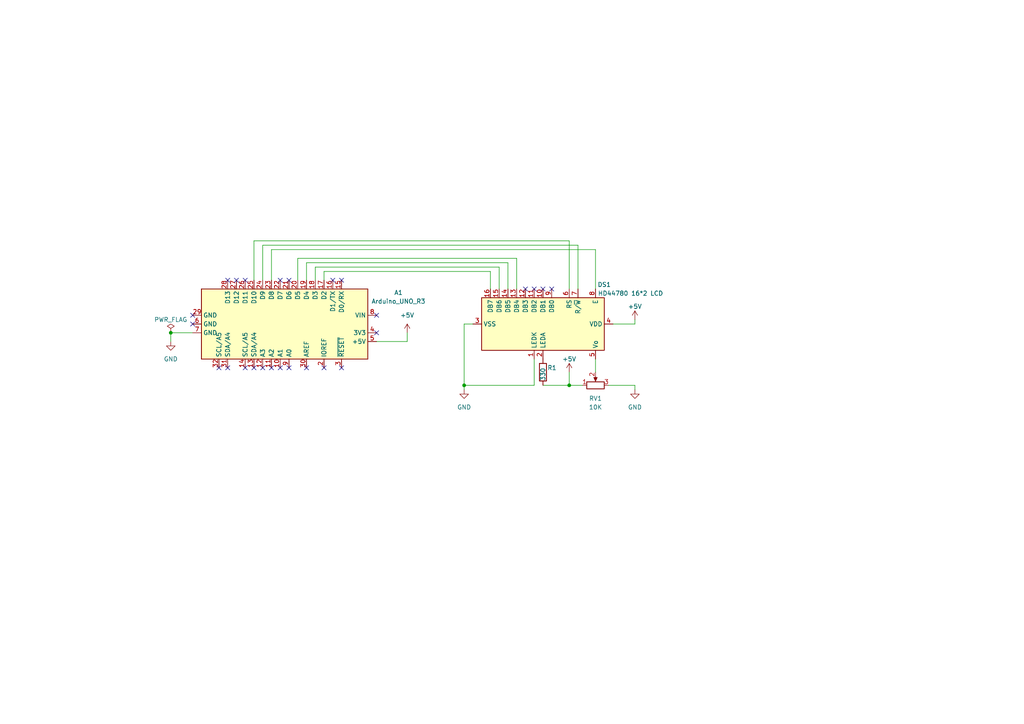
<source format=kicad_sch>
(kicad_sch (version 20211123) (generator eeschema)
  (paper "A4")
  (lib_symbols
    (symbol "Device:R" (pin_numbers hide) (pin_names (offset 0))
      (property "Reference" "R" (at 2.032 0 90))
      (property "Value" "R" (at 0 0 90))
      (symbol "R_0_1"
        (rectangle (start -1.016 -2.54) (end 1.016 2.54) (stroke (width 0.254)))
      )
      (symbol "R_1_1"
        (pin passive line (at 0 3.81 270) (length 1.27) (name "~") (number "1"))
        (pin passive line (at 0 -3.81 90) (length 1.27) (name "~") (number "2"))
      )
    )
    (symbol "Device:R_Potentiometer" (pin_names (offset 1.016) hide)
      (property "Reference" "RV" (at -4.445 0 90))
      (property "Value" "R_Potentiometer" (at -2.54 0 90))
      (symbol "R_Potentiometer_0_1"
        (polyline (pts (xy 2.54 0) (xy 1.524 0)))
        (polyline (pts (xy 1.143 0) (xy 2.286 0.508) (xy 2.286 -0.508) (xy 1.143 0)) (fill (type outline)))
        (rectangle (start 1.016 2.54) (end -1.016 -2.54) (stroke (width 0.254)))
      )
      (symbol "R_Potentiometer_1_1"
        (pin passive line (at 0 3.81 270) (length 1.27) (name "1") (number "1"))
        (pin passive line (at 3.81 0 180) (length 1.27) (name "2") (number "2"))
        (pin passive line (at 0 -3.81 90) (length 1.27) (name "3") (number "3"))
      )
    )
    (symbol "Display_Character:HY1602E"
      (property "Reference" "DS" (at -6.096 19.05 0))
      (property "Value" "HY1602E" (at 5.08 19.05 0))
      (symbol "HY1602E_0_1"
        (rectangle (start -7.62 17.78) (end 7.62 -17.78) (stroke (width 0.254)) (fill (type background)))
      )
      (symbol "HY1602E_1_1"
        (pin passive line (at 10.16 -2.54 180) (length 2.54) (name "LEDK") (number "1"))
        (pin bidirectional line (at -10.16 0 0) (length 2.54) (name "DB1") (number "10"))
        (pin bidirectional line (at -10.16 -2.54 0) (length 2.54) (name "DB2") (number "11"))
        (pin bidirectional line (at -10.16 -5.08 0) (length 2.54) (name "DB3") (number "12"))
        (pin bidirectional line (at -10.16 -7.62 0) (length 2.54) (name "DB4") (number "13"))
        (pin bidirectional line (at -10.16 -10.16 0) (length 2.54) (name "DB5") (number "14"))
        (pin bidirectional line (at -10.16 -12.7 0) (length 2.54) (name "DB6") (number "15"))
        (pin bidirectional line (at -10.16 -15.24 0) (length 2.54) (name "DB7") (number "16"))
        (pin passive line (at 10.16 0 180) (length 2.54) (name "LEDA") (number "2"))
        (pin power_in line (at 0 -20.32 90) (length 2.54) (name "VSS") (number "3"))
        (pin power_in line (at 0 20.32 270) (length 2.54) (name "VDD") (number "4"))
        (pin input line (at 10.16 15.24 180) (length 2.54) (name "Vo") (number "5"))
        (pin input line (at -10.16 7.62 0) (length 2.54) (name "RS") (number "6"))
        (pin input line (at -10.16 10.16 0) (length 2.54) (name "R/~{W}") (number "7"))
        (pin input line (at -10.16 15.24 0) (length 2.54) (name "E") (number "8"))
        (pin bidirectional line (at -10.16 2.54 0) (length 2.54) (name "DB0") (number "9"))
      )
    )
    (symbol "MCU_Module:Arduino_UNO_R3"
      (property "Reference" "A" (at -10.16 23.495 0))
      (property "Value" "Arduino_UNO_R3" (at 5.08 -26.67 0))
      (symbol "Arduino_UNO_R3_0_1"
        (rectangle (start -10.16 22.86) (end 10.16 -25.4) (stroke (width 0.254)) (fill (type background)))
      )
      (symbol "Arduino_UNO_R3_1_1"
        (pin no_connect line (at -10.16 -20.32 0) (length 2.54) hide (name "NC") (number "1"))
        (pin bidirectional line (at 12.7 -2.54 180) (length 2.54) (name "A1") (number "10"))
        (pin bidirectional line (at 12.7 -5.08 180) (length 2.54) (name "A2") (number "11"))
        (pin bidirectional line (at 12.7 -7.62 180) (length 2.54) (name "A3") (number "12"))
        (pin bidirectional line (at 12.7 -10.16 180) (length 2.54) (name "SDA/A4") (number "13"))
        (pin bidirectional line (at 12.7 -12.7 180) (length 2.54) (name "SCL/A5") (number "14"))
        (pin bidirectional line (at -12.7 15.24 0) (length 2.54) (name "D0/RX") (number "15"))
        (pin bidirectional line (at -12.7 12.7 0) (length 2.54) (name "D1/TX") (number "16"))
        (pin bidirectional line (at -12.7 10.16 0) (length 2.54) (name "D2") (number "17"))
        (pin bidirectional line (at -12.7 7.62 0) (length 2.54) (name "D3") (number "18"))
        (pin bidirectional line (at -12.7 5.08 0) (length 2.54) (name "D4") (number "19"))
        (pin output line (at 12.7 10.16 180) (length 2.54) (name "IOREF") (number "2"))
        (pin bidirectional line (at -12.7 2.54 0) (length 2.54) (name "D5") (number "20"))
        (pin bidirectional line (at -12.7 0 0) (length 2.54) (name "D6") (number "21"))
        (pin bidirectional line (at -12.7 -2.54 0) (length 2.54) (name "D7") (number "22"))
        (pin bidirectional line (at -12.7 -5.08 0) (length 2.54) (name "D8") (number "23"))
        (pin bidirectional line (at -12.7 -7.62 0) (length 2.54) (name "D9") (number "24"))
        (pin bidirectional line (at -12.7 -10.16 0) (length 2.54) (name "D10") (number "25"))
        (pin bidirectional line (at -12.7 -12.7 0) (length 2.54) (name "D11") (number "26"))
        (pin bidirectional line (at -12.7 -15.24 0) (length 2.54) (name "D12") (number "27"))
        (pin bidirectional line (at -12.7 -17.78 0) (length 2.54) (name "D13") (number "28"))
        (pin power_in line (at -2.54 -27.94 90) (length 2.54) (name "GND") (number "29"))
        (pin input line (at 12.7 15.24 180) (length 2.54) (name "~{RESET}") (number "3"))
        (pin input line (at 12.7 5.08 180) (length 2.54) (name "AREF") (number "30"))
        (pin bidirectional line (at 12.7 -17.78 180) (length 2.54) (name "SDA/A4") (number "31"))
        (pin bidirectional line (at 12.7 -20.32 180) (length 2.54) (name "SCL/A5") (number "32"))
        (pin power_out line (at 2.54 25.4 270) (length 2.54) (name "3V3") (number "4"))
        (pin power_out line (at 5.08 25.4 270) (length 2.54) (name "+5V") (number "5"))
        (pin power_in line (at 0 -27.94 90) (length 2.54) (name "GND") (number "6"))
        (pin power_in line (at 2.54 -27.94 90) (length 2.54) (name "GND") (number "7"))
        (pin power_in line (at -2.54 25.4 270) (length 2.54) (name "VIN") (number "8"))
        (pin bidirectional line (at 12.7 0 180) (length 2.54) (name "A0") (number "9"))
      )
    )
    (symbol "power:+5V" (power) (pin_names (offset 0))
      (property "Value" "+5V" (at 0 3.556 0))
      (symbol "+5V_0_1"
        (polyline (pts (xy -0.762 1.27) (xy 0 2.54)))
        (polyline (pts (xy 0 0) (xy 0 2.54)))
        (polyline (pts (xy 0 2.54) (xy 0.762 1.27)))
      )
      (symbol "+5V_1_1"
        (pin power_in line (at 0 0 90) (length 0) hide (name "+5V") (number "1"))
      )
    )
    (symbol "power:GND" (power) (pin_names (offset 0))
      (property "Value" "GND" (at 0 -3.81 0))
      (symbol "GND_0_1"
        (polyline (pts (xy 0 0) (xy 0 -1.27) (xy 1.27 -1.27) (xy 0 -2.54) (xy -1.27 -1.27) (xy 0 -1.27)))
      )
      (symbol "GND_1_1"
        (pin power_in line (at 0 0 270) (length 0) hide (name "GND") (number "1"))
      )
    )
    (symbol "power:PWR_FLAG" (power) (pin_numbers hide) (pin_names (offset 0) hide)
      (property "Value" "PWR_FLAG" (at 0 3.81 0))
      (symbol "PWR_FLAG_0_0"
        (pin power_out line (at 0 0 90) (length 0) (name "pwr") (number "1"))
      )
      (symbol "PWR_FLAG_0_1"
        (polyline (pts (xy 0 0) (xy 0 1.27) (xy -1.016 1.905) (xy 0 2.54) (xy 1.016 1.905) (xy 0 1.27)))
      )
    )
  )
  (junction (at 49.53 96.52))
  (junction (at 165.1 111.76))
  (junction (at 134.62 111.76))
  (no_connect (at 154.94 83.82))
  (no_connect (at 157.48 83.82))
  (no_connect (at 160.02 83.82))
  (no_connect (at 96.52 81.28))
  (no_connect (at 99.06 81.28))
  (no_connect (at 66.04 106.68))
  (no_connect (at 63.5 106.68))
  (no_connect (at 55.88 93.98))
  (no_connect (at 109.22 96.52))
  (no_connect (at 109.22 91.44))
  (no_connect (at 83.82 81.28))
  (no_connect (at 99.06 106.68))
  (no_connect (at 93.98 106.68))
  (no_connect (at 88.9 106.68))
  (no_connect (at 83.82 106.68))
  (no_connect (at 81.28 106.68))
  (no_connect (at 78.74 106.68))
  (no_connect (at 76.2 106.68))
  (no_connect (at 73.66 106.68))
  (no_connect (at 71.12 106.68))
  (no_connect (at 66.04 81.28))
  (no_connect (at 68.58 81.28))
  (no_connect (at 71.12 81.28))
  (no_connect (at 81.28 81.28))
  (no_connect (at 55.88 91.44))
  (no_connect (at 152.4 83.82))
  (wire (pts (xy 93.98 81.28) (xy 93.98 78.74)))
  (wire (pts (xy 49.53 96.52) (xy 55.88 96.52)))
  (wire (pts (xy 109.22 99.06) (xy 118.11 99.06)))
  (wire (pts (xy 78.74 72.39) (xy 172.72 72.39)))
  (wire (pts (xy 76.2 71.12) (xy 167.64 71.12)))
  (wire (pts (xy 91.44 81.28) (xy 91.44 77.47)))
  (wire (pts (xy 73.66 81.28) (xy 73.66 69.85)))
  (wire (pts (xy 177.8 93.98) (xy 184.15 93.98)))
  (wire (pts (xy 172.72 72.39) (xy 172.72 83.82)))
  (wire (pts (xy 154.94 111.76) (xy 134.62 111.76)))
  (wire (pts (xy 91.44 77.47) (xy 144.78 77.47)))
  (wire (pts (xy 184.15 111.76) (xy 176.53 111.76)))
  (wire (pts (xy 165.1 69.85) (xy 165.1 83.82)))
  (wire (pts (xy 88.9 81.28) (xy 88.9 76.2)))
  (wire (pts (xy 88.9 76.2) (xy 147.32 76.2)))
  (wire (pts (xy 134.62 113.03) (xy 134.62 111.76)))
  (wire (pts (xy 76.2 81.28) (xy 76.2 71.12)))
  (wire (pts (xy 144.78 77.47) (xy 144.78 83.82)))
  (wire (pts (xy 167.64 71.12) (xy 167.64 83.82)))
  (wire (pts (xy 165.1 111.76) (xy 168.91 111.76)))
  (wire (pts (xy 86.36 74.93) (xy 149.86 74.93)))
  (wire (pts (xy 86.36 81.28) (xy 86.36 74.93)))
  (wire (pts (xy 93.98 78.74) (xy 142.24 78.74)))
  (wire (pts (xy 118.11 99.06) (xy 118.11 96.52)))
  (wire (pts (xy 134.62 111.76) (xy 134.62 93.98)))
  (wire (pts (xy 184.15 113.03) (xy 184.15 111.76)))
  (wire (pts (xy 165.1 107.95) (xy 165.1 111.76)))
  (wire (pts (xy 184.15 92.71) (xy 184.15 93.98)))
  (wire (pts (xy 78.74 81.28) (xy 78.74 72.39)))
  (wire (pts (xy 73.66 69.85) (xy 165.1 69.85)))
  (wire (pts (xy 149.86 74.93) (xy 149.86 83.82)))
  (wire (pts (xy 147.32 76.2) (xy 147.32 83.82)))
  (wire (pts (xy 49.53 99.06) (xy 49.53 96.52)))
  (wire (pts (xy 142.24 78.74) (xy 142.24 83.82)))
  (wire (pts (xy 134.62 93.98) (xy 137.16 93.98)))
  (wire (pts (xy 172.72 104.14) (xy 172.72 107.95)))
  (wire (pts (xy 154.94 104.14) (xy 154.94 111.76)))
  (wire (pts (xy 157.48 111.76) (xy 165.1 111.76)))
  (symbol (lib_id "Device:R_Potentiometer") (at 172.72 111.76 90) (unit 1)
    (property "Reference" "RV1" (at 172.72 115.57 90))
    (property "Value" "10K" (at 172.72 118.11 90))
  )
  (symbol (lib_id "power:PWR_FLAG") (at 49.53 96.52 0) (unit 1)
    (property "Reference" "#FLG0101" (effects hide))
    (property "Value" "PWR_FLAG" (at 49.53 92.71 0))
  )
  (symbol (lib_id "Display_Character:HY1602E") (at 157.48 93.98 270) (unit 1)
    (property "Reference" "DS1" (at 175.26 82.55 90))
    (property "Value" "HD44780 16*2 LCD" (at 182.88 85.09 90))
    (property "Footprint" "Display:HY1602E" (effects hide))
    (property "Datasheet" "http://www.icbank.com/data/ICBShop/board/HY1602E.pdf" (effects hide))
  )
  (symbol (lib_id "power:+5V") (at 165.1 107.95 0) (unit 1)
    (property "Reference" "#PWR04" (effects hide))
    (property "Value" "+5V" (at 165.1 104.14 0))
  )
  (symbol (lib_id "power:GND") (at 134.62 113.03 0) (unit 1)
    (property "Reference" "#PWR03" (effects hide))
    (property "Value" "GND" (at 134.62 118.11 0))
  )
  (symbol (lib_id "power:GND") (at 184.15 113.03 0) (unit 1)
    (property "Reference" "#PWR06" (effects hide))
    (property "Value" "GND" (at 184.15 118.11 0))
  )
  (symbol (lib_id "power:+5V") (at 118.11 96.52 0) (unit 1)
    (property "Reference" "#PWR02" (effects hide))
    (property "Value" "+5V" (at 118.11 91.44 0))
  )
  (symbol (lib_id "power:+5V") (at 184.15 92.71 0) (unit 1)
    (property "Reference" "#PWR05" (effects hide))
    (property "Value" "+5V" (at 184.15 88.9 0))
  )
  (symbol (lib_id "power:GND") (at 49.53 99.06 0) (unit 1)
    (property "Reference" "#PWR01" (effects hide))
    (property "Value" "GND" (at 49.53 104.14 0))
  )
  (symbol (lib_id "MCU_Module:Arduino_UNO_R3") (at 83.82 93.98 270) (unit 1)
    (property "Reference" "A1" (at 115.57 84.8612 90))
    (property "Value" "Arduino_UNO_R3" (at 115.57 87.4012 90))
    (property "Footprint" "Module:Arduino_UNO_R3" (effects hide))
    (property "Datasheet" "https://www.arduino.cc/en/Main/arduinoBoardUno" (effects hide))
  )
  (symbol (lib_id "Device:R") (at 157.48 107.95 180) (unit 1)
    (property "Reference" "R1" (at 158.75 106.68 0) (effects (justify right)))
    (property "Value" "330" (at 157.48 110.49 90) (effects (justify right)))
  )
)
</source>
